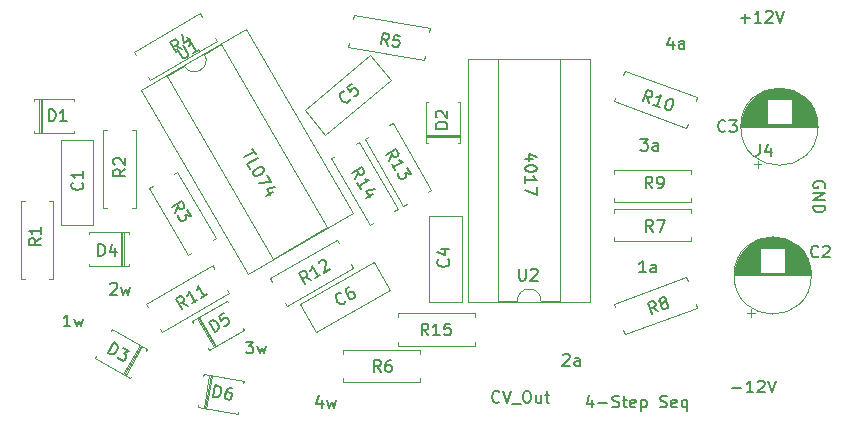
<source format=gbr>
G04 #@! TF.GenerationSoftware,KiCad,Pcbnew,(5.1.2-1)-1*
G04 #@! TF.CreationDate,2021-07-21T16:43:49-04:00*
G04 #@! TF.ProjectId,Four_Step_Sequencer,466f7572-5f53-4746-9570-5f5365717565,rev?*
G04 #@! TF.SameCoordinates,Original*
G04 #@! TF.FileFunction,Legend,Top*
G04 #@! TF.FilePolarity,Positive*
%FSLAX46Y46*%
G04 Gerber Fmt 4.6, Leading zero omitted, Abs format (unit mm)*
G04 Created by KiCad (PCBNEW (5.1.2-1)-1) date 2021-07-21 16:43:49*
%MOMM*%
%LPD*%
G04 APERTURE LIST*
%ADD10C,0.150000*%
%ADD11C,0.120000*%
G04 APERTURE END LIST*
D10*
X56703885Y-25685904D02*
X56037219Y-25685904D01*
X57084838Y-25447809D02*
X56370552Y-25209714D01*
X56370552Y-25828761D01*
X57037219Y-26400190D02*
X57037219Y-26495428D01*
X56989600Y-26590666D01*
X56941980Y-26638285D01*
X56846742Y-26685904D01*
X56656266Y-26733523D01*
X56418171Y-26733523D01*
X56227695Y-26685904D01*
X56132457Y-26638285D01*
X56084838Y-26590666D01*
X56037219Y-26495428D01*
X56037219Y-26400190D01*
X56084838Y-26304952D01*
X56132457Y-26257333D01*
X56227695Y-26209714D01*
X56418171Y-26162095D01*
X56656266Y-26162095D01*
X56846742Y-26209714D01*
X56941980Y-26257333D01*
X56989600Y-26304952D01*
X57037219Y-26400190D01*
X56037219Y-27685904D02*
X56037219Y-27114476D01*
X56037219Y-27400190D02*
X57037219Y-27400190D01*
X56894361Y-27304952D01*
X56799123Y-27209714D01*
X56751504Y-27114476D01*
X57037219Y-28019238D02*
X57037219Y-28685904D01*
X56037219Y-28257333D01*
X32942728Y-24764241D02*
X33228442Y-25259113D01*
X32219559Y-25511677D02*
X33085585Y-25011677D01*
X32767178Y-26460181D02*
X32529083Y-26047788D01*
X33395109Y-25547788D01*
X33895109Y-26413813D02*
X33942728Y-26496292D01*
X33949107Y-26602580D01*
X33931678Y-26667629D01*
X33873009Y-26756487D01*
X33731861Y-26892964D01*
X33525664Y-27012012D01*
X33336898Y-27066011D01*
X33230609Y-27072391D01*
X33165561Y-27054961D01*
X33076702Y-26996292D01*
X33029083Y-26913813D01*
X33022704Y-26807525D01*
X33040133Y-26742476D01*
X33098802Y-26653618D01*
X33239950Y-26517140D01*
X33446147Y-26398093D01*
X33634913Y-26344094D01*
X33741201Y-26337714D01*
X33806250Y-26355144D01*
X33895109Y-26413813D01*
X34228442Y-26991163D02*
X34561775Y-27568514D01*
X33481464Y-27697360D01*
X34677862Y-28436248D02*
X34100512Y-28769582D01*
X34888729Y-28039576D02*
X34151092Y-28190522D01*
X34460616Y-28726633D01*
X17541904Y-39822380D02*
X16970476Y-39822380D01*
X17256190Y-39822380D02*
X17256190Y-38822380D01*
X17160952Y-38965238D01*
X17065714Y-39060476D01*
X16970476Y-39108095D01*
X17875238Y-39155714D02*
X18065714Y-39822380D01*
X18256190Y-39346190D01*
X18446666Y-39822380D01*
X18637142Y-39155714D01*
X20932876Y-36225219D02*
X20980495Y-36177600D01*
X21075733Y-36129980D01*
X21313828Y-36129980D01*
X21409066Y-36177600D01*
X21456685Y-36225219D01*
X21504304Y-36320457D01*
X21504304Y-36415695D01*
X21456685Y-36558552D01*
X20885257Y-37129980D01*
X21504304Y-37129980D01*
X21837638Y-36463314D02*
X22028114Y-37129980D01*
X22218590Y-36653790D01*
X22409066Y-37129980D01*
X22599542Y-36463314D01*
X32416857Y-41108380D02*
X33035904Y-41108380D01*
X32702571Y-41489333D01*
X32845428Y-41489333D01*
X32940666Y-41536952D01*
X32988285Y-41584571D01*
X33035904Y-41679809D01*
X33035904Y-41917904D01*
X32988285Y-42013142D01*
X32940666Y-42060761D01*
X32845428Y-42108380D01*
X32559714Y-42108380D01*
X32464476Y-42060761D01*
X32416857Y-42013142D01*
X33369238Y-41441714D02*
X33559714Y-42108380D01*
X33750190Y-41632190D01*
X33940666Y-42108380D01*
X34131142Y-41441714D01*
X38858866Y-46039114D02*
X38858866Y-46705780D01*
X38620771Y-45658161D02*
X38382676Y-46372447D01*
X39001723Y-46372447D01*
X39287438Y-46039114D02*
X39477914Y-46705780D01*
X39668390Y-46229590D01*
X39858866Y-46705780D01*
X40049342Y-46039114D01*
X53864095Y-46178742D02*
X53816476Y-46226361D01*
X53673619Y-46273980D01*
X53578380Y-46273980D01*
X53435523Y-46226361D01*
X53340285Y-46131123D01*
X53292666Y-46035885D01*
X53245047Y-45845409D01*
X53245047Y-45702552D01*
X53292666Y-45512076D01*
X53340285Y-45416838D01*
X53435523Y-45321600D01*
X53578380Y-45273980D01*
X53673619Y-45273980D01*
X53816476Y-45321600D01*
X53864095Y-45369219D01*
X54149809Y-45273980D02*
X54483142Y-46273980D01*
X54816476Y-45273980D01*
X54911714Y-46369219D02*
X55673619Y-46369219D01*
X56102190Y-45273980D02*
X56292666Y-45273980D01*
X56387904Y-45321600D01*
X56483142Y-45416838D01*
X56530761Y-45607314D01*
X56530761Y-45940647D01*
X56483142Y-46131123D01*
X56387904Y-46226361D01*
X56292666Y-46273980D01*
X56102190Y-46273980D01*
X56006952Y-46226361D01*
X55911714Y-46131123D01*
X55864095Y-45940647D01*
X55864095Y-45607314D01*
X55911714Y-45416838D01*
X56006952Y-45321600D01*
X56102190Y-45273980D01*
X57387904Y-45607314D02*
X57387904Y-46273980D01*
X56959333Y-45607314D02*
X56959333Y-46131123D01*
X57006952Y-46226361D01*
X57102190Y-46273980D01*
X57245047Y-46273980D01*
X57340285Y-46226361D01*
X57387904Y-46178742D01*
X57721238Y-45607314D02*
X58102190Y-45607314D01*
X57864095Y-45273980D02*
X57864095Y-46131123D01*
X57911714Y-46226361D01*
X58006952Y-46273980D01*
X58102190Y-46273980D01*
X59256704Y-42245019D02*
X59304323Y-42197400D01*
X59399561Y-42149780D01*
X59637657Y-42149780D01*
X59732895Y-42197400D01*
X59780514Y-42245019D01*
X59828133Y-42340257D01*
X59828133Y-42435495D01*
X59780514Y-42578352D01*
X59209085Y-43149780D01*
X59828133Y-43149780D01*
X60685276Y-43149780D02*
X60685276Y-42625971D01*
X60637657Y-42530733D01*
X60542419Y-42483114D01*
X60351942Y-42483114D01*
X60256704Y-42530733D01*
X60685276Y-43102161D02*
X60590038Y-43149780D01*
X60351942Y-43149780D01*
X60256704Y-43102161D01*
X60209085Y-43006923D01*
X60209085Y-42911685D01*
X60256704Y-42816447D01*
X60351942Y-42768828D01*
X60590038Y-42768828D01*
X60685276Y-42721209D01*
X66279733Y-35250380D02*
X65708304Y-35250380D01*
X65994019Y-35250380D02*
X65994019Y-34250380D01*
X65898780Y-34393238D01*
X65803542Y-34488476D01*
X65708304Y-34536095D01*
X67136876Y-35250380D02*
X67136876Y-34726571D01*
X67089257Y-34631333D01*
X66994019Y-34583714D01*
X66803542Y-34583714D01*
X66708304Y-34631333D01*
X67136876Y-35202761D02*
X67041638Y-35250380D01*
X66803542Y-35250380D01*
X66708304Y-35202761D01*
X66660685Y-35107523D01*
X66660685Y-35012285D01*
X66708304Y-34917047D01*
X66803542Y-34869428D01*
X67041638Y-34869428D01*
X67136876Y-34821809D01*
X65813085Y-23937980D02*
X66432133Y-23937980D01*
X66098800Y-24318933D01*
X66241657Y-24318933D01*
X66336895Y-24366552D01*
X66384514Y-24414171D01*
X66432133Y-24509409D01*
X66432133Y-24747504D01*
X66384514Y-24842742D01*
X66336895Y-24890361D01*
X66241657Y-24937980D01*
X65955942Y-24937980D01*
X65860704Y-24890361D01*
X65813085Y-24842742D01*
X67289276Y-24937980D02*
X67289276Y-24414171D01*
X67241657Y-24318933D01*
X67146419Y-24271314D01*
X66955942Y-24271314D01*
X66860704Y-24318933D01*
X67289276Y-24890361D02*
X67194038Y-24937980D01*
X66955942Y-24937980D01*
X66860704Y-24890361D01*
X66813085Y-24795123D01*
X66813085Y-24699885D01*
X66860704Y-24604647D01*
X66955942Y-24557028D01*
X67194038Y-24557028D01*
X67289276Y-24509409D01*
X68572095Y-15660714D02*
X68572095Y-16327380D01*
X68334000Y-15279761D02*
X68095904Y-15994047D01*
X68714952Y-15994047D01*
X69524476Y-16327380D02*
X69524476Y-15803571D01*
X69476857Y-15708333D01*
X69381619Y-15660714D01*
X69191142Y-15660714D01*
X69095904Y-15708333D01*
X69524476Y-16279761D02*
X69429238Y-16327380D01*
X69191142Y-16327380D01*
X69095904Y-16279761D01*
X69048285Y-16184523D01*
X69048285Y-16089285D01*
X69095904Y-15994047D01*
X69191142Y-15946428D01*
X69429238Y-15946428D01*
X69524476Y-15898809D01*
X81399000Y-28067095D02*
X81446619Y-27971857D01*
X81446619Y-27829000D01*
X81399000Y-27686142D01*
X81303761Y-27590904D01*
X81208523Y-27543285D01*
X81018047Y-27495666D01*
X80875190Y-27495666D01*
X80684714Y-27543285D01*
X80589476Y-27590904D01*
X80494238Y-27686142D01*
X80446619Y-27829000D01*
X80446619Y-27924238D01*
X80494238Y-28067095D01*
X80541857Y-28114714D01*
X80875190Y-28114714D01*
X80875190Y-27924238D01*
X80446619Y-28543285D02*
X81446619Y-28543285D01*
X80446619Y-29114714D01*
X81446619Y-29114714D01*
X80446619Y-29590904D02*
X81446619Y-29590904D01*
X81446619Y-29829000D01*
X81399000Y-29971857D01*
X81303761Y-30067095D01*
X81208523Y-30114714D01*
X81018047Y-30162333D01*
X80875190Y-30162333D01*
X80684714Y-30114714D01*
X80589476Y-30067095D01*
X80494238Y-29971857D01*
X80446619Y-29829000D01*
X80446619Y-29590904D01*
X73599895Y-45029428D02*
X74361800Y-45029428D01*
X75361800Y-45410380D02*
X74790371Y-45410380D01*
X75076085Y-45410380D02*
X75076085Y-44410380D01*
X74980847Y-44553238D01*
X74885609Y-44648476D01*
X74790371Y-44696095D01*
X75742752Y-44505619D02*
X75790371Y-44458000D01*
X75885609Y-44410380D01*
X76123704Y-44410380D01*
X76218942Y-44458000D01*
X76266561Y-44505619D01*
X76314180Y-44600857D01*
X76314180Y-44696095D01*
X76266561Y-44838952D01*
X75695133Y-45410380D01*
X76314180Y-45410380D01*
X76599895Y-44410380D02*
X76933228Y-45410380D01*
X77266561Y-44410380D01*
X74285695Y-13711228D02*
X75047600Y-13711228D01*
X74666647Y-14092180D02*
X74666647Y-13330276D01*
X76047600Y-14092180D02*
X75476171Y-14092180D01*
X75761885Y-14092180D02*
X75761885Y-13092180D01*
X75666647Y-13235038D01*
X75571409Y-13330276D01*
X75476171Y-13377895D01*
X76428552Y-13187419D02*
X76476171Y-13139800D01*
X76571409Y-13092180D01*
X76809504Y-13092180D01*
X76904742Y-13139800D01*
X76952361Y-13187419D01*
X76999980Y-13282657D01*
X76999980Y-13377895D01*
X76952361Y-13520752D01*
X76380933Y-14092180D01*
X76999980Y-14092180D01*
X77285695Y-13092180D02*
X77619028Y-14092180D01*
X77952361Y-13092180D01*
X61722476Y-46013714D02*
X61722476Y-46680380D01*
X61484380Y-45632761D02*
X61246285Y-46347047D01*
X61865333Y-46347047D01*
X62246285Y-46299428D02*
X63008190Y-46299428D01*
X63436761Y-46632761D02*
X63579619Y-46680380D01*
X63817714Y-46680380D01*
X63912952Y-46632761D01*
X63960571Y-46585142D01*
X64008190Y-46489904D01*
X64008190Y-46394666D01*
X63960571Y-46299428D01*
X63912952Y-46251809D01*
X63817714Y-46204190D01*
X63627238Y-46156571D01*
X63532000Y-46108952D01*
X63484380Y-46061333D01*
X63436761Y-45966095D01*
X63436761Y-45870857D01*
X63484380Y-45775619D01*
X63532000Y-45728000D01*
X63627238Y-45680380D01*
X63865333Y-45680380D01*
X64008190Y-45728000D01*
X64293904Y-46013714D02*
X64674857Y-46013714D01*
X64436761Y-45680380D02*
X64436761Y-46537523D01*
X64484380Y-46632761D01*
X64579619Y-46680380D01*
X64674857Y-46680380D01*
X65389142Y-46632761D02*
X65293904Y-46680380D01*
X65103428Y-46680380D01*
X65008190Y-46632761D01*
X64960571Y-46537523D01*
X64960571Y-46156571D01*
X65008190Y-46061333D01*
X65103428Y-46013714D01*
X65293904Y-46013714D01*
X65389142Y-46061333D01*
X65436761Y-46156571D01*
X65436761Y-46251809D01*
X64960571Y-46347047D01*
X65865333Y-46013714D02*
X65865333Y-47013714D01*
X65865333Y-46061333D02*
X65960571Y-46013714D01*
X66151047Y-46013714D01*
X66246285Y-46061333D01*
X66293904Y-46108952D01*
X66341523Y-46204190D01*
X66341523Y-46489904D01*
X66293904Y-46585142D01*
X66246285Y-46632761D01*
X66151047Y-46680380D01*
X65960571Y-46680380D01*
X65865333Y-46632761D01*
X67484380Y-46632761D02*
X67627238Y-46680380D01*
X67865333Y-46680380D01*
X67960571Y-46632761D01*
X68008190Y-46585142D01*
X68055809Y-46489904D01*
X68055809Y-46394666D01*
X68008190Y-46299428D01*
X67960571Y-46251809D01*
X67865333Y-46204190D01*
X67674857Y-46156571D01*
X67579619Y-46108952D01*
X67532000Y-46061333D01*
X67484380Y-45966095D01*
X67484380Y-45870857D01*
X67532000Y-45775619D01*
X67579619Y-45728000D01*
X67674857Y-45680380D01*
X67912952Y-45680380D01*
X68055809Y-45728000D01*
X68865333Y-46632761D02*
X68770095Y-46680380D01*
X68579619Y-46680380D01*
X68484380Y-46632761D01*
X68436761Y-46537523D01*
X68436761Y-46156571D01*
X68484380Y-46061333D01*
X68579619Y-46013714D01*
X68770095Y-46013714D01*
X68865333Y-46061333D01*
X68912952Y-46156571D01*
X68912952Y-46251809D01*
X68436761Y-46347047D01*
X69770095Y-46013714D02*
X69770095Y-47013714D01*
X69770095Y-46632761D02*
X69674857Y-46680380D01*
X69484380Y-46680380D01*
X69389142Y-46632761D01*
X69341523Y-46585142D01*
X69293904Y-46489904D01*
X69293904Y-46204190D01*
X69341523Y-46108952D01*
X69389142Y-46061333D01*
X69484380Y-46013714D01*
X69674857Y-46013714D01*
X69770095Y-46061333D01*
D11*
X32455927Y-14641225D02*
X23553186Y-19781225D01*
X41465927Y-30247002D02*
X32455927Y-14641225D01*
X32563186Y-35387002D02*
X41465927Y-30247002D01*
X23553186Y-19781225D02*
X32563186Y-35387002D01*
X30329524Y-15938186D02*
X28900582Y-16763186D01*
X39279524Y-31440041D02*
X30329524Y-15938186D01*
X34689589Y-34090041D02*
X39279524Y-31440041D01*
X25739589Y-18588186D02*
X34689589Y-34090041D01*
X27168531Y-17763186D02*
X25739589Y-18588186D01*
X28900583Y-16763186D02*
G75*
G02X27168531Y-17763186I-866026J-500000D01*
G01*
X30786346Y-36730666D02*
X30951346Y-37016455D01*
X30951346Y-37016455D02*
X25287540Y-40286455D01*
X25287540Y-40286455D02*
X25122540Y-40000666D01*
X29746346Y-34929334D02*
X29581346Y-34643545D01*
X29581346Y-34643545D02*
X23917540Y-37913545D01*
X23917540Y-37913545D02*
X24082540Y-38199334D01*
X55388000Y-37652000D02*
G75*
G02X57388000Y-37652000I1000000J0D01*
G01*
X57388000Y-37652000D02*
X59038000Y-37652000D01*
X59038000Y-37652000D02*
X59038000Y-17212000D01*
X59038000Y-17212000D02*
X53738000Y-17212000D01*
X53738000Y-17212000D02*
X53738000Y-37652000D01*
X53738000Y-37652000D02*
X55388000Y-37652000D01*
X61528000Y-37712000D02*
X61528000Y-17152000D01*
X61528000Y-17152000D02*
X51248000Y-17152000D01*
X51248000Y-17152000D02*
X51248000Y-37712000D01*
X51248000Y-37712000D02*
X61528000Y-37712000D01*
X19454800Y-24026000D02*
X19454800Y-31266000D01*
X16714800Y-24026000D02*
X16714800Y-31266000D01*
X19454800Y-24026000D02*
X16714800Y-24026000D01*
X19454800Y-31266000D02*
X16714800Y-31266000D01*
X80282800Y-35503800D02*
G75*
G03X80282800Y-35503800I-3270000J0D01*
G01*
X73782800Y-35503800D02*
X80242800Y-35503800D01*
X73782800Y-35463800D02*
X80242800Y-35463800D01*
X73782800Y-35423800D02*
X80242800Y-35423800D01*
X73784800Y-35383800D02*
X80240800Y-35383800D01*
X73785800Y-35343800D02*
X80239800Y-35343800D01*
X73788800Y-35303800D02*
X80236800Y-35303800D01*
X73790800Y-35263800D02*
X75972800Y-35263800D01*
X78052800Y-35263800D02*
X80234800Y-35263800D01*
X73794800Y-35223800D02*
X75972800Y-35223800D01*
X78052800Y-35223800D02*
X80230800Y-35223800D01*
X73797800Y-35183800D02*
X75972800Y-35183800D01*
X78052800Y-35183800D02*
X80227800Y-35183800D01*
X73801800Y-35143800D02*
X75972800Y-35143800D01*
X78052800Y-35143800D02*
X80223800Y-35143800D01*
X73806800Y-35103800D02*
X75972800Y-35103800D01*
X78052800Y-35103800D02*
X80218800Y-35103800D01*
X73811800Y-35063800D02*
X75972800Y-35063800D01*
X78052800Y-35063800D02*
X80213800Y-35063800D01*
X73817800Y-35023800D02*
X75972800Y-35023800D01*
X78052800Y-35023800D02*
X80207800Y-35023800D01*
X73823800Y-34983800D02*
X75972800Y-34983800D01*
X78052800Y-34983800D02*
X80201800Y-34983800D01*
X73830800Y-34943800D02*
X75972800Y-34943800D01*
X78052800Y-34943800D02*
X80194800Y-34943800D01*
X73837800Y-34903800D02*
X75972800Y-34903800D01*
X78052800Y-34903800D02*
X80187800Y-34903800D01*
X73845800Y-34863800D02*
X75972800Y-34863800D01*
X78052800Y-34863800D02*
X80179800Y-34863800D01*
X73853800Y-34823800D02*
X75972800Y-34823800D01*
X78052800Y-34823800D02*
X80171800Y-34823800D01*
X73862800Y-34782800D02*
X75972800Y-34782800D01*
X78052800Y-34782800D02*
X80162800Y-34782800D01*
X73871800Y-34742800D02*
X75972800Y-34742800D01*
X78052800Y-34742800D02*
X80153800Y-34742800D01*
X73881800Y-34702800D02*
X75972800Y-34702800D01*
X78052800Y-34702800D02*
X80143800Y-34702800D01*
X73891800Y-34662800D02*
X75972800Y-34662800D01*
X78052800Y-34662800D02*
X80133800Y-34662800D01*
X73902800Y-34622800D02*
X75972800Y-34622800D01*
X78052800Y-34622800D02*
X80122800Y-34622800D01*
X73914800Y-34582800D02*
X75972800Y-34582800D01*
X78052800Y-34582800D02*
X80110800Y-34582800D01*
X73926800Y-34542800D02*
X75972800Y-34542800D01*
X78052800Y-34542800D02*
X80098800Y-34542800D01*
X73938800Y-34502800D02*
X75972800Y-34502800D01*
X78052800Y-34502800D02*
X80086800Y-34502800D01*
X73951800Y-34462800D02*
X75972800Y-34462800D01*
X78052800Y-34462800D02*
X80073800Y-34462800D01*
X73965800Y-34422800D02*
X75972800Y-34422800D01*
X78052800Y-34422800D02*
X80059800Y-34422800D01*
X73979800Y-34382800D02*
X75972800Y-34382800D01*
X78052800Y-34382800D02*
X80045800Y-34382800D01*
X73994800Y-34342800D02*
X75972800Y-34342800D01*
X78052800Y-34342800D02*
X80030800Y-34342800D01*
X74010800Y-34302800D02*
X75972800Y-34302800D01*
X78052800Y-34302800D02*
X80014800Y-34302800D01*
X74026800Y-34262800D02*
X75972800Y-34262800D01*
X78052800Y-34262800D02*
X79998800Y-34262800D01*
X74042800Y-34222800D02*
X75972800Y-34222800D01*
X78052800Y-34222800D02*
X79982800Y-34222800D01*
X74060800Y-34182800D02*
X75972800Y-34182800D01*
X78052800Y-34182800D02*
X79964800Y-34182800D01*
X74078800Y-34142800D02*
X75972800Y-34142800D01*
X78052800Y-34142800D02*
X79946800Y-34142800D01*
X74096800Y-34102800D02*
X75972800Y-34102800D01*
X78052800Y-34102800D02*
X79928800Y-34102800D01*
X74116800Y-34062800D02*
X75972800Y-34062800D01*
X78052800Y-34062800D02*
X79908800Y-34062800D01*
X74136800Y-34022800D02*
X75972800Y-34022800D01*
X78052800Y-34022800D02*
X79888800Y-34022800D01*
X74156800Y-33982800D02*
X75972800Y-33982800D01*
X78052800Y-33982800D02*
X79868800Y-33982800D01*
X74178800Y-33942800D02*
X75972800Y-33942800D01*
X78052800Y-33942800D02*
X79846800Y-33942800D01*
X74200800Y-33902800D02*
X75972800Y-33902800D01*
X78052800Y-33902800D02*
X79824800Y-33902800D01*
X74222800Y-33862800D02*
X75972800Y-33862800D01*
X78052800Y-33862800D02*
X79802800Y-33862800D01*
X74246800Y-33822800D02*
X75972800Y-33822800D01*
X78052800Y-33822800D02*
X79778800Y-33822800D01*
X74270800Y-33782800D02*
X75972800Y-33782800D01*
X78052800Y-33782800D02*
X79754800Y-33782800D01*
X74296800Y-33742800D02*
X75972800Y-33742800D01*
X78052800Y-33742800D02*
X79728800Y-33742800D01*
X74322800Y-33702800D02*
X75972800Y-33702800D01*
X78052800Y-33702800D02*
X79702800Y-33702800D01*
X74348800Y-33662800D02*
X75972800Y-33662800D01*
X78052800Y-33662800D02*
X79676800Y-33662800D01*
X74376800Y-33622800D02*
X75972800Y-33622800D01*
X78052800Y-33622800D02*
X79648800Y-33622800D01*
X74405800Y-33582800D02*
X75972800Y-33582800D01*
X78052800Y-33582800D02*
X79619800Y-33582800D01*
X74434800Y-33542800D02*
X75972800Y-33542800D01*
X78052800Y-33542800D02*
X79590800Y-33542800D01*
X74464800Y-33502800D02*
X75972800Y-33502800D01*
X78052800Y-33502800D02*
X79560800Y-33502800D01*
X74496800Y-33462800D02*
X75972800Y-33462800D01*
X78052800Y-33462800D02*
X79528800Y-33462800D01*
X74528800Y-33422800D02*
X75972800Y-33422800D01*
X78052800Y-33422800D02*
X79496800Y-33422800D01*
X74562800Y-33382800D02*
X75972800Y-33382800D01*
X78052800Y-33382800D02*
X79462800Y-33382800D01*
X74596800Y-33342800D02*
X75972800Y-33342800D01*
X78052800Y-33342800D02*
X79428800Y-33342800D01*
X74632800Y-33302800D02*
X75972800Y-33302800D01*
X78052800Y-33302800D02*
X79392800Y-33302800D01*
X74669800Y-33262800D02*
X75972800Y-33262800D01*
X78052800Y-33262800D02*
X79355800Y-33262800D01*
X74707800Y-33222800D02*
X75972800Y-33222800D01*
X78052800Y-33222800D02*
X79317800Y-33222800D01*
X74747800Y-33182800D02*
X79277800Y-33182800D01*
X74788800Y-33142800D02*
X79236800Y-33142800D01*
X74830800Y-33102800D02*
X79194800Y-33102800D01*
X74875800Y-33062800D02*
X79149800Y-33062800D01*
X74920800Y-33022800D02*
X79104800Y-33022800D01*
X74968800Y-32982800D02*
X79056800Y-32982800D01*
X75017800Y-32942800D02*
X79007800Y-32942800D01*
X75068800Y-32902800D02*
X78956800Y-32902800D01*
X75122800Y-32862800D02*
X78902800Y-32862800D01*
X75178800Y-32822800D02*
X78846800Y-32822800D01*
X75236800Y-32782800D02*
X78788800Y-32782800D01*
X75298800Y-32742800D02*
X78726800Y-32742800D01*
X75362800Y-32702800D02*
X78662800Y-32702800D01*
X75431800Y-32662800D02*
X78593800Y-32662800D01*
X75503800Y-32622800D02*
X78521800Y-32622800D01*
X75580800Y-32582800D02*
X78444800Y-32582800D01*
X75662800Y-32542800D02*
X78362800Y-32542800D01*
X75750800Y-32502800D02*
X78274800Y-32502800D01*
X75847800Y-32462800D02*
X78177800Y-32462800D01*
X75953800Y-32422800D02*
X78071800Y-32422800D01*
X76072800Y-32382800D02*
X77952800Y-32382800D01*
X76210800Y-32342800D02*
X77814800Y-32342800D01*
X76379800Y-32302800D02*
X77645800Y-32302800D01*
X76610800Y-32262800D02*
X77414800Y-32262800D01*
X75173800Y-39004041D02*
X75173800Y-38374041D01*
X74858800Y-38689041D02*
X75488800Y-38689041D01*
X75417600Y-26090641D02*
X76047600Y-26090641D01*
X75732600Y-26405641D02*
X75732600Y-25775641D01*
X77169600Y-19664400D02*
X77973600Y-19664400D01*
X76938600Y-19704400D02*
X78204600Y-19704400D01*
X76769600Y-19744400D02*
X78373600Y-19744400D01*
X76631600Y-19784400D02*
X78511600Y-19784400D01*
X76512600Y-19824400D02*
X78630600Y-19824400D01*
X76406600Y-19864400D02*
X78736600Y-19864400D01*
X76309600Y-19904400D02*
X78833600Y-19904400D01*
X76221600Y-19944400D02*
X78921600Y-19944400D01*
X76139600Y-19984400D02*
X79003600Y-19984400D01*
X76062600Y-20024400D02*
X79080600Y-20024400D01*
X75990600Y-20064400D02*
X79152600Y-20064400D01*
X75921600Y-20104400D02*
X79221600Y-20104400D01*
X75857600Y-20144400D02*
X79285600Y-20144400D01*
X75795600Y-20184400D02*
X79347600Y-20184400D01*
X75737600Y-20224400D02*
X79405600Y-20224400D01*
X75681600Y-20264400D02*
X79461600Y-20264400D01*
X75627600Y-20304400D02*
X79515600Y-20304400D01*
X75576600Y-20344400D02*
X79566600Y-20344400D01*
X75527600Y-20384400D02*
X79615600Y-20384400D01*
X75479600Y-20424400D02*
X79663600Y-20424400D01*
X75434600Y-20464400D02*
X79708600Y-20464400D01*
X75389600Y-20504400D02*
X79753600Y-20504400D01*
X75347600Y-20544400D02*
X79795600Y-20544400D01*
X75306600Y-20584400D02*
X79836600Y-20584400D01*
X78611600Y-20624400D02*
X79876600Y-20624400D01*
X75266600Y-20624400D02*
X76531600Y-20624400D01*
X78611600Y-20664400D02*
X79914600Y-20664400D01*
X75228600Y-20664400D02*
X76531600Y-20664400D01*
X78611600Y-20704400D02*
X79951600Y-20704400D01*
X75191600Y-20704400D02*
X76531600Y-20704400D01*
X78611600Y-20744400D02*
X79987600Y-20744400D01*
X75155600Y-20744400D02*
X76531600Y-20744400D01*
X78611600Y-20784400D02*
X80021600Y-20784400D01*
X75121600Y-20784400D02*
X76531600Y-20784400D01*
X78611600Y-20824400D02*
X80055600Y-20824400D01*
X75087600Y-20824400D02*
X76531600Y-20824400D01*
X78611600Y-20864400D02*
X80087600Y-20864400D01*
X75055600Y-20864400D02*
X76531600Y-20864400D01*
X78611600Y-20904400D02*
X80119600Y-20904400D01*
X75023600Y-20904400D02*
X76531600Y-20904400D01*
X78611600Y-20944400D02*
X80149600Y-20944400D01*
X74993600Y-20944400D02*
X76531600Y-20944400D01*
X78611600Y-20984400D02*
X80178600Y-20984400D01*
X74964600Y-20984400D02*
X76531600Y-20984400D01*
X78611600Y-21024400D02*
X80207600Y-21024400D01*
X74935600Y-21024400D02*
X76531600Y-21024400D01*
X78611600Y-21064400D02*
X80235600Y-21064400D01*
X74907600Y-21064400D02*
X76531600Y-21064400D01*
X78611600Y-21104400D02*
X80261600Y-21104400D01*
X74881600Y-21104400D02*
X76531600Y-21104400D01*
X78611600Y-21144400D02*
X80287600Y-21144400D01*
X74855600Y-21144400D02*
X76531600Y-21144400D01*
X78611600Y-21184400D02*
X80313600Y-21184400D01*
X74829600Y-21184400D02*
X76531600Y-21184400D01*
X78611600Y-21224400D02*
X80337600Y-21224400D01*
X74805600Y-21224400D02*
X76531600Y-21224400D01*
X78611600Y-21264400D02*
X80361600Y-21264400D01*
X74781600Y-21264400D02*
X76531600Y-21264400D01*
X78611600Y-21304400D02*
X80383600Y-21304400D01*
X74759600Y-21304400D02*
X76531600Y-21304400D01*
X78611600Y-21344400D02*
X80405600Y-21344400D01*
X74737600Y-21344400D02*
X76531600Y-21344400D01*
X78611600Y-21384400D02*
X80427600Y-21384400D01*
X74715600Y-21384400D02*
X76531600Y-21384400D01*
X78611600Y-21424400D02*
X80447600Y-21424400D01*
X74695600Y-21424400D02*
X76531600Y-21424400D01*
X78611600Y-21464400D02*
X80467600Y-21464400D01*
X74675600Y-21464400D02*
X76531600Y-21464400D01*
X78611600Y-21504400D02*
X80487600Y-21504400D01*
X74655600Y-21504400D02*
X76531600Y-21504400D01*
X78611600Y-21544400D02*
X80505600Y-21544400D01*
X74637600Y-21544400D02*
X76531600Y-21544400D01*
X78611600Y-21584400D02*
X80523600Y-21584400D01*
X74619600Y-21584400D02*
X76531600Y-21584400D01*
X78611600Y-21624400D02*
X80541600Y-21624400D01*
X74601600Y-21624400D02*
X76531600Y-21624400D01*
X78611600Y-21664400D02*
X80557600Y-21664400D01*
X74585600Y-21664400D02*
X76531600Y-21664400D01*
X78611600Y-21704400D02*
X80573600Y-21704400D01*
X74569600Y-21704400D02*
X76531600Y-21704400D01*
X78611600Y-21744400D02*
X80589600Y-21744400D01*
X74553600Y-21744400D02*
X76531600Y-21744400D01*
X78611600Y-21784400D02*
X80604600Y-21784400D01*
X74538600Y-21784400D02*
X76531600Y-21784400D01*
X78611600Y-21824400D02*
X80618600Y-21824400D01*
X74524600Y-21824400D02*
X76531600Y-21824400D01*
X78611600Y-21864400D02*
X80632600Y-21864400D01*
X74510600Y-21864400D02*
X76531600Y-21864400D01*
X78611600Y-21904400D02*
X80645600Y-21904400D01*
X74497600Y-21904400D02*
X76531600Y-21904400D01*
X78611600Y-21944400D02*
X80657600Y-21944400D01*
X74485600Y-21944400D02*
X76531600Y-21944400D01*
X78611600Y-21984400D02*
X80669600Y-21984400D01*
X74473600Y-21984400D02*
X76531600Y-21984400D01*
X78611600Y-22024400D02*
X80681600Y-22024400D01*
X74461600Y-22024400D02*
X76531600Y-22024400D01*
X78611600Y-22064400D02*
X80692600Y-22064400D01*
X74450600Y-22064400D02*
X76531600Y-22064400D01*
X78611600Y-22104400D02*
X80702600Y-22104400D01*
X74440600Y-22104400D02*
X76531600Y-22104400D01*
X78611600Y-22144400D02*
X80712600Y-22144400D01*
X74430600Y-22144400D02*
X76531600Y-22144400D01*
X78611600Y-22184400D02*
X80721600Y-22184400D01*
X74421600Y-22184400D02*
X76531600Y-22184400D01*
X78611600Y-22225400D02*
X80730600Y-22225400D01*
X74412600Y-22225400D02*
X76531600Y-22225400D01*
X78611600Y-22265400D02*
X80738600Y-22265400D01*
X74404600Y-22265400D02*
X76531600Y-22265400D01*
X78611600Y-22305400D02*
X80746600Y-22305400D01*
X74396600Y-22305400D02*
X76531600Y-22305400D01*
X78611600Y-22345400D02*
X80753600Y-22345400D01*
X74389600Y-22345400D02*
X76531600Y-22345400D01*
X78611600Y-22385400D02*
X80760600Y-22385400D01*
X74382600Y-22385400D02*
X76531600Y-22385400D01*
X78611600Y-22425400D02*
X80766600Y-22425400D01*
X74376600Y-22425400D02*
X76531600Y-22425400D01*
X78611600Y-22465400D02*
X80772600Y-22465400D01*
X74370600Y-22465400D02*
X76531600Y-22465400D01*
X78611600Y-22505400D02*
X80777600Y-22505400D01*
X74365600Y-22505400D02*
X76531600Y-22505400D01*
X78611600Y-22545400D02*
X80782600Y-22545400D01*
X74360600Y-22545400D02*
X76531600Y-22545400D01*
X78611600Y-22585400D02*
X80786600Y-22585400D01*
X74356600Y-22585400D02*
X76531600Y-22585400D01*
X78611600Y-22625400D02*
X80789600Y-22625400D01*
X74353600Y-22625400D02*
X76531600Y-22625400D01*
X78611600Y-22665400D02*
X80793600Y-22665400D01*
X74349600Y-22665400D02*
X76531600Y-22665400D01*
X74347600Y-22705400D02*
X80795600Y-22705400D01*
X74344600Y-22745400D02*
X80798600Y-22745400D01*
X74343600Y-22785400D02*
X80799600Y-22785400D01*
X74341600Y-22825400D02*
X80801600Y-22825400D01*
X74341600Y-22865400D02*
X80801600Y-22865400D01*
X74341600Y-22905400D02*
X80801600Y-22905400D01*
X80841600Y-22905400D02*
G75*
G03X80841600Y-22905400I-3270000J0D01*
G01*
X47931400Y-30506800D02*
X50671400Y-30506800D01*
X47931400Y-37746800D02*
X50671400Y-37746800D01*
X50671400Y-37746800D02*
X50671400Y-30506800D01*
X47931400Y-37746800D02*
X47931400Y-30506800D01*
X37377411Y-21514441D02*
X42923573Y-16860659D01*
X39138649Y-23613403D02*
X44684811Y-18959621D01*
X37377411Y-21514441D02*
X39138649Y-23613403D01*
X42923573Y-16860659D02*
X44684811Y-18959621D01*
X37003852Y-37956145D02*
X43273875Y-34336145D01*
X38373852Y-40329055D02*
X44643875Y-36709055D01*
X37003852Y-37956145D02*
X38373852Y-40329055D01*
X43273875Y-34336145D02*
X44643875Y-36709055D01*
X14434400Y-20756400D02*
X14434400Y-20576400D01*
X14434400Y-20576400D02*
X17874400Y-20576400D01*
X17874400Y-20576400D02*
X17874400Y-20756400D01*
X14434400Y-23236400D02*
X14434400Y-23416400D01*
X14434400Y-23416400D02*
X17874400Y-23416400D01*
X17874400Y-23416400D02*
X17874400Y-23236400D01*
X15034400Y-20576400D02*
X15034400Y-23416400D01*
X15154400Y-20576400D02*
X15154400Y-23416400D01*
X14914400Y-20576400D02*
X14914400Y-23416400D01*
X47678200Y-23820600D02*
X50518200Y-23820600D01*
X47678200Y-23580600D02*
X50518200Y-23580600D01*
X47678200Y-23700600D02*
X50518200Y-23700600D01*
X50518200Y-20860600D02*
X50338200Y-20860600D01*
X50518200Y-24300600D02*
X50518200Y-20860600D01*
X50338200Y-24300600D02*
X50518200Y-24300600D01*
X47678200Y-20860600D02*
X47858200Y-20860600D01*
X47678200Y-24300600D02*
X47678200Y-20860600D01*
X47858200Y-24300600D02*
X47678200Y-24300600D01*
X22723659Y-44047072D02*
X22633659Y-44202956D01*
X22633659Y-44202956D02*
X19654532Y-42482956D01*
X19654532Y-42482956D02*
X19744532Y-42327072D01*
X23963659Y-41899328D02*
X24053659Y-41743444D01*
X24053659Y-41743444D02*
X21074532Y-40023444D01*
X21074532Y-40023444D02*
X20984532Y-40179328D01*
X22114044Y-43902956D02*
X23534044Y-41443444D01*
X22010121Y-43842956D02*
X23430121Y-41383444D01*
X22217967Y-43962956D02*
X23637967Y-41503444D01*
X22068000Y-34694000D02*
X22068000Y-31854000D01*
X21828000Y-34694000D02*
X21828000Y-31854000D01*
X21948000Y-34694000D02*
X21948000Y-31854000D01*
X19108000Y-31854000D02*
X19108000Y-32034000D01*
X22548000Y-31854000D02*
X19108000Y-31854000D01*
X22548000Y-32034000D02*
X22548000Y-31854000D01*
X19108000Y-34694000D02*
X19108000Y-34514000D01*
X22548000Y-34694000D02*
X19108000Y-34694000D01*
X22548000Y-34514000D02*
X22548000Y-34694000D01*
X27928541Y-39511728D02*
X27838541Y-39355844D01*
X27838541Y-39355844D02*
X30817668Y-37635844D01*
X30817668Y-37635844D02*
X30907668Y-37791728D01*
X29168541Y-41659472D02*
X29258541Y-41815356D01*
X29258541Y-41815356D02*
X32237668Y-40095356D01*
X32237668Y-40095356D02*
X32147668Y-39939472D01*
X28358156Y-39055844D02*
X29778156Y-41515356D01*
X28462079Y-38995844D02*
X29882079Y-41455356D01*
X28254233Y-39115844D02*
X29674233Y-41575356D01*
X29314430Y-43937716D02*
X28821270Y-46734570D01*
X29550784Y-43979391D02*
X29057624Y-46776245D01*
X29432607Y-43958553D02*
X28939447Y-46755407D01*
X31736301Y-47248568D02*
X31767557Y-47071303D01*
X28348562Y-46651219D02*
X31736301Y-47248568D01*
X28379819Y-46473953D02*
X28348562Y-46651219D01*
X32229461Y-44451714D02*
X32198205Y-44628980D01*
X28841723Y-43854364D02*
X32229461Y-44451714D01*
X28810466Y-44031630D02*
X28841723Y-43854364D01*
X13692000Y-35782000D02*
X13362000Y-35782000D01*
X13362000Y-35782000D02*
X13362000Y-29242000D01*
X13362000Y-29242000D02*
X13692000Y-29242000D01*
X15772000Y-35782000D02*
X16102000Y-35782000D01*
X16102000Y-35782000D02*
X16102000Y-29242000D01*
X16102000Y-29242000D02*
X15772000Y-29242000D01*
X20347000Y-29762200D02*
X20677000Y-29762200D01*
X20347000Y-23222200D02*
X20347000Y-29762200D01*
X20677000Y-23222200D02*
X20347000Y-23222200D01*
X23087000Y-29762200D02*
X22757000Y-29762200D01*
X23087000Y-23222200D02*
X23087000Y-29762200D01*
X22757000Y-23222200D02*
X23087000Y-23222200D01*
X27785334Y-33580346D02*
X27499545Y-33745346D01*
X27499545Y-33745346D02*
X24229545Y-28081540D01*
X24229545Y-28081540D02*
X24515334Y-27916540D01*
X29586666Y-32540346D02*
X29872455Y-32375346D01*
X29872455Y-32375346D02*
X26602455Y-26711540D01*
X26602455Y-26711540D02*
X26316666Y-26876540D01*
X29930460Y-15680455D02*
X29765460Y-15394666D01*
X24266654Y-18950455D02*
X29930460Y-15680455D01*
X24101654Y-18664666D02*
X24266654Y-18950455D01*
X28560460Y-13307545D02*
X28725460Y-13593334D01*
X22896654Y-16577545D02*
X28560460Y-13307545D01*
X23061654Y-16863334D02*
X22896654Y-16577545D01*
X41504790Y-13776170D02*
X41562094Y-13451183D01*
X41562094Y-13451183D02*
X48002737Y-14586842D01*
X48002737Y-14586842D02*
X47945433Y-14911829D01*
X41143602Y-15824570D02*
X41086298Y-16149557D01*
X41086298Y-16149557D02*
X47526941Y-17285216D01*
X47526941Y-17285216D02*
X47584245Y-16960229D01*
X40595800Y-42140000D02*
X40595800Y-41810000D01*
X40595800Y-41810000D02*
X47135800Y-41810000D01*
X47135800Y-41810000D02*
X47135800Y-42140000D01*
X40595800Y-44220000D02*
X40595800Y-44550000D01*
X40595800Y-44550000D02*
X47135800Y-44550000D01*
X47135800Y-44550000D02*
X47135800Y-44220000D01*
X70072000Y-32612000D02*
X70072000Y-32282000D01*
X63532000Y-32612000D02*
X70072000Y-32612000D01*
X63532000Y-32282000D02*
X63532000Y-32612000D01*
X70072000Y-29872000D02*
X70072000Y-30202000D01*
X63532000Y-29872000D02*
X70072000Y-29872000D01*
X63532000Y-30202000D02*
X63532000Y-29872000D01*
X63651733Y-38208029D02*
X63538866Y-37897930D01*
X63538866Y-37897930D02*
X69684456Y-35661118D01*
X69684456Y-35661118D02*
X69797323Y-35971217D01*
X64363135Y-40162589D02*
X64476002Y-40472688D01*
X64476002Y-40472688D02*
X70621591Y-38235876D01*
X70621591Y-38235876D02*
X70508725Y-37925778D01*
X63532000Y-26900000D02*
X63532000Y-26570000D01*
X63532000Y-26570000D02*
X70072000Y-26570000D01*
X70072000Y-26570000D02*
X70072000Y-26900000D01*
X63532000Y-28980000D02*
X63532000Y-29310000D01*
X63532000Y-29310000D02*
X70072000Y-29310000D01*
X70072000Y-29310000D02*
X70072000Y-28980000D01*
X69684456Y-23012882D02*
X69797323Y-22702783D01*
X63538866Y-20776070D02*
X69684456Y-23012882D01*
X63651733Y-20465971D02*
X63538866Y-20776070D01*
X70621591Y-20438124D02*
X70508725Y-20748222D01*
X64476002Y-18201312D02*
X70621591Y-20438124D01*
X64363135Y-18511411D02*
X64476002Y-18201312D01*
X34476122Y-35745427D02*
X34641122Y-36031216D01*
X40139928Y-32475427D02*
X34476122Y-35745427D01*
X40304928Y-32761216D02*
X40139928Y-32475427D01*
X35846122Y-38118337D02*
X35681122Y-37832548D01*
X41509928Y-34848337D02*
X35846122Y-38118337D01*
X41344928Y-34562548D02*
X41509928Y-34848337D01*
X45741299Y-29613287D02*
X46027088Y-29448287D01*
X42471299Y-23949481D02*
X45741299Y-29613287D01*
X42757088Y-23784481D02*
X42471299Y-23949481D01*
X48114209Y-28243287D02*
X47828420Y-28408287D01*
X44844209Y-22579481D02*
X48114209Y-28243287D01*
X44558420Y-22744481D02*
X44844209Y-22579481D01*
X43167473Y-31099286D02*
X42881684Y-31264286D01*
X42881684Y-31264286D02*
X39611684Y-25600480D01*
X39611684Y-25600480D02*
X39897473Y-25435480D01*
X44968805Y-30059286D02*
X45254594Y-29894286D01*
X45254594Y-29894286D02*
X41984594Y-24230480D01*
X41984594Y-24230480D02*
X41698805Y-24395480D01*
X45244000Y-38711200D02*
X45244000Y-39041200D01*
X51784000Y-38711200D02*
X45244000Y-38711200D01*
X51784000Y-39041200D02*
X51784000Y-38711200D01*
X45244000Y-41451200D02*
X45244000Y-41121200D01*
X51784000Y-41451200D02*
X45244000Y-41451200D01*
X51784000Y-41121200D02*
X51784000Y-41451200D01*
D10*
X26600918Y-16303861D02*
X27005680Y-17004929D01*
X27094538Y-17063598D01*
X27159587Y-17081028D01*
X27265875Y-17074648D01*
X27430833Y-16979410D01*
X27489502Y-16890552D01*
X27506931Y-16825503D01*
X27500552Y-16719215D01*
X27095790Y-16018147D01*
X28461815Y-16384172D02*
X27966944Y-16669886D01*
X28214379Y-16527029D02*
X27714379Y-15661004D01*
X27703329Y-15832341D01*
X27668470Y-15962438D01*
X27609801Y-16051297D01*
X27482459Y-38051201D02*
X26955689Y-37805475D01*
X26987588Y-38336916D02*
X26487588Y-37470890D01*
X26817502Y-37280414D01*
X26923790Y-37274034D01*
X26988839Y-37291464D01*
X27077697Y-37350133D01*
X27149126Y-37473851D01*
X27155506Y-37580139D01*
X27138076Y-37645188D01*
X27079407Y-37734047D01*
X26749492Y-37924523D01*
X28307245Y-37575011D02*
X27812374Y-37860725D01*
X28059810Y-37717868D02*
X27559810Y-36851843D01*
X27548760Y-37023180D01*
X27513900Y-37153277D01*
X27455231Y-37242136D01*
X29132032Y-37098821D02*
X28637160Y-37384535D01*
X28884596Y-37241678D02*
X28384596Y-36375652D01*
X28373546Y-36546989D01*
X28338686Y-36677087D01*
X28280017Y-36765945D01*
X55524495Y-34936180D02*
X55524495Y-35745704D01*
X55572114Y-35840942D01*
X55619733Y-35888561D01*
X55714971Y-35936180D01*
X55905447Y-35936180D01*
X56000685Y-35888561D01*
X56048304Y-35840942D01*
X56095923Y-35745704D01*
X56095923Y-34936180D01*
X56524495Y-35031419D02*
X56572114Y-34983800D01*
X56667352Y-34936180D01*
X56905447Y-34936180D01*
X57000685Y-34983800D01*
X57048304Y-35031419D01*
X57095923Y-35126657D01*
X57095923Y-35221895D01*
X57048304Y-35364752D01*
X56476876Y-35936180D01*
X57095923Y-35936180D01*
X18543542Y-27649466D02*
X18591161Y-27697085D01*
X18638780Y-27839942D01*
X18638780Y-27935180D01*
X18591161Y-28078038D01*
X18495923Y-28173276D01*
X18400685Y-28220895D01*
X18210209Y-28268514D01*
X18067352Y-28268514D01*
X17876876Y-28220895D01*
X17781638Y-28173276D01*
X17686400Y-28078038D01*
X17638780Y-27935180D01*
X17638780Y-27839942D01*
X17686400Y-27697085D01*
X17734019Y-27649466D01*
X18638780Y-26697085D02*
X18638780Y-27268514D01*
X18638780Y-26982800D02*
X17638780Y-26982800D01*
X17781638Y-27078038D01*
X17876876Y-27173276D01*
X17924495Y-27268514D01*
X80884733Y-33885142D02*
X80837114Y-33932761D01*
X80694257Y-33980380D01*
X80599019Y-33980380D01*
X80456161Y-33932761D01*
X80360923Y-33837523D01*
X80313304Y-33742285D01*
X80265685Y-33551809D01*
X80265685Y-33408952D01*
X80313304Y-33218476D01*
X80360923Y-33123238D01*
X80456161Y-33028000D01*
X80599019Y-32980380D01*
X80694257Y-32980380D01*
X80837114Y-33028000D01*
X80884733Y-33075619D01*
X81265685Y-33075619D02*
X81313304Y-33028000D01*
X81408542Y-32980380D01*
X81646638Y-32980380D01*
X81741876Y-33028000D01*
X81789495Y-33075619D01*
X81837114Y-33170857D01*
X81837114Y-33266095D01*
X81789495Y-33408952D01*
X81218066Y-33980380D01*
X81837114Y-33980380D01*
X73004933Y-23262542D02*
X72957314Y-23310161D01*
X72814457Y-23357780D01*
X72719219Y-23357780D01*
X72576361Y-23310161D01*
X72481123Y-23214923D01*
X72433504Y-23119685D01*
X72385885Y-22929209D01*
X72385885Y-22786352D01*
X72433504Y-22595876D01*
X72481123Y-22500638D01*
X72576361Y-22405400D01*
X72719219Y-22357780D01*
X72814457Y-22357780D01*
X72957314Y-22405400D01*
X73004933Y-22453019D01*
X73338266Y-22357780D02*
X73957314Y-22357780D01*
X73623980Y-22738733D01*
X73766838Y-22738733D01*
X73862076Y-22786352D01*
X73909695Y-22833971D01*
X73957314Y-22929209D01*
X73957314Y-23167304D01*
X73909695Y-23262542D01*
X73862076Y-23310161D01*
X73766838Y-23357780D01*
X73481123Y-23357780D01*
X73385885Y-23310161D01*
X73338266Y-23262542D01*
X49531542Y-34151866D02*
X49579161Y-34199485D01*
X49626780Y-34342342D01*
X49626780Y-34437580D01*
X49579161Y-34580438D01*
X49483923Y-34675676D01*
X49388685Y-34723295D01*
X49198209Y-34770914D01*
X49055352Y-34770914D01*
X48864876Y-34723295D01*
X48769638Y-34675676D01*
X48674400Y-34580438D01*
X48626780Y-34437580D01*
X48626780Y-34342342D01*
X48674400Y-34199485D01*
X48722019Y-34151866D01*
X48960114Y-33294723D02*
X49626780Y-33294723D01*
X48579161Y-33532819D02*
X49293447Y-33770914D01*
X49293447Y-33151866D01*
X41244219Y-20552039D02*
X41238350Y-20619126D01*
X41159524Y-20747431D01*
X41086567Y-20808649D01*
X40946524Y-20863998D01*
X40812349Y-20852259D01*
X40714653Y-20809911D01*
X40555739Y-20694607D01*
X40463912Y-20585172D01*
X40377955Y-20408650D01*
X40353215Y-20305084D01*
X40364954Y-20170910D01*
X40443780Y-20042605D01*
X40516736Y-19981387D01*
X40656780Y-19926038D01*
X40723868Y-19931908D01*
X41355738Y-19277381D02*
X40990954Y-19583471D01*
X41260565Y-19978863D01*
X41266435Y-19911776D01*
X41308783Y-19814079D01*
X41491174Y-19661035D01*
X41594740Y-19636295D01*
X41661827Y-19642165D01*
X41759523Y-19684512D01*
X41912568Y-19866904D01*
X41937307Y-19970469D01*
X41931438Y-20037557D01*
X41889090Y-20135253D01*
X41706699Y-20288297D01*
X41603133Y-20313037D01*
X41536046Y-20307168D01*
X40852033Y-37705228D02*
X40834604Y-37770276D01*
X40734695Y-37882944D01*
X40652217Y-37930563D01*
X40504689Y-37960753D01*
X40374591Y-37925893D01*
X40285733Y-37867224D01*
X40149256Y-37726076D01*
X40077827Y-37602358D01*
X40023828Y-37413592D01*
X40017449Y-37307304D01*
X40052308Y-37177206D01*
X40152217Y-37064538D01*
X40234695Y-37016919D01*
X40382223Y-36986730D01*
X40447271Y-37004159D01*
X41141960Y-36493109D02*
X40977003Y-36588347D01*
X40918334Y-36677206D01*
X40900904Y-36742255D01*
X40889854Y-36913592D01*
X40943853Y-37102358D01*
X41134329Y-37432273D01*
X41223187Y-37490942D01*
X41288236Y-37508372D01*
X41394524Y-37501992D01*
X41559481Y-37406754D01*
X41618150Y-37317895D01*
X41635580Y-37252847D01*
X41629200Y-37146559D01*
X41510153Y-36940362D01*
X41421294Y-36881693D01*
X41356246Y-36864263D01*
X41249957Y-36870643D01*
X41085000Y-36965881D01*
X41026331Y-37054739D01*
X41008901Y-37119788D01*
X41015281Y-37226076D01*
X15721104Y-22448780D02*
X15721104Y-21448780D01*
X15959200Y-21448780D01*
X16102057Y-21496400D01*
X16197295Y-21591638D01*
X16244914Y-21686876D01*
X16292533Y-21877352D01*
X16292533Y-22020209D01*
X16244914Y-22210685D01*
X16197295Y-22305923D01*
X16102057Y-22401161D01*
X15959200Y-22448780D01*
X15721104Y-22448780D01*
X17244914Y-22448780D02*
X16673485Y-22448780D01*
X16959200Y-22448780D02*
X16959200Y-21448780D01*
X16863961Y-21591638D01*
X16768723Y-21686876D01*
X16673485Y-21734495D01*
X49474380Y-23064695D02*
X48474380Y-23064695D01*
X48474380Y-22826600D01*
X48522000Y-22683742D01*
X48617238Y-22588504D01*
X48712476Y-22540885D01*
X48902952Y-22493266D01*
X49045809Y-22493266D01*
X49236285Y-22540885D01*
X49331523Y-22588504D01*
X49426761Y-22683742D01*
X49474380Y-22826600D01*
X49474380Y-23064695D01*
X48569619Y-22112314D02*
X48522000Y-22064695D01*
X48474380Y-21969457D01*
X48474380Y-21731361D01*
X48522000Y-21636123D01*
X48569619Y-21588504D01*
X48664857Y-21540885D01*
X48760095Y-21540885D01*
X48902952Y-21588504D01*
X49474380Y-22159933D01*
X49474380Y-21540885D01*
X20724600Y-42034326D02*
X21224600Y-41168301D01*
X21430796Y-41287348D01*
X21530705Y-41400016D01*
X21565564Y-41530114D01*
X21559185Y-41636402D01*
X21505186Y-41825169D01*
X21433757Y-41948887D01*
X21297280Y-42090035D01*
X21208421Y-42148704D01*
X21078324Y-42183563D01*
X20930796Y-42153374D01*
X20724600Y-42034326D01*
X22008147Y-41620682D02*
X22544258Y-41930206D01*
X22065106Y-42093453D01*
X22188824Y-42164882D01*
X22247493Y-42253740D01*
X22264923Y-42318789D01*
X22258543Y-42425077D01*
X22139496Y-42631274D01*
X22050637Y-42689943D01*
X21985588Y-42707373D01*
X21879300Y-42700993D01*
X21631865Y-42558136D01*
X21573195Y-42469277D01*
X21555766Y-42404229D01*
X19912104Y-33853380D02*
X19912104Y-32853380D01*
X20150200Y-32853380D01*
X20293057Y-32901000D01*
X20388295Y-32996238D01*
X20435914Y-33091476D01*
X20483533Y-33281952D01*
X20483533Y-33424809D01*
X20435914Y-33615285D01*
X20388295Y-33710523D01*
X20293057Y-33805761D01*
X20150200Y-33853380D01*
X19912104Y-33853380D01*
X21340676Y-33186714D02*
X21340676Y-33853380D01*
X21102580Y-32805761D02*
X20864485Y-33520047D01*
X21483533Y-33520047D01*
X29762181Y-40308621D02*
X29262181Y-39442595D01*
X29468377Y-39323547D01*
X29615905Y-39293358D01*
X29746002Y-39328218D01*
X29834861Y-39386887D01*
X29971338Y-39528035D01*
X30042767Y-39651752D01*
X30096765Y-39840519D01*
X30103145Y-39946807D01*
X30068286Y-40076905D01*
X29968377Y-40189573D01*
X29762181Y-40308621D01*
X30540599Y-38704500D02*
X30128206Y-38942595D01*
X30325062Y-39378798D01*
X30342492Y-39313749D01*
X30401161Y-39224891D01*
X30607357Y-39105843D01*
X30713646Y-39099463D01*
X30778694Y-39116893D01*
X30867553Y-39175562D01*
X30986600Y-39381759D01*
X30992980Y-39488047D01*
X30975550Y-39553095D01*
X30916881Y-39641954D01*
X30710685Y-39761001D01*
X30604397Y-39767381D01*
X30539348Y-39749951D01*
X29651301Y-45795213D02*
X29824950Y-44810405D01*
X30059428Y-44851750D01*
X30191846Y-44923452D01*
X30269099Y-45033782D01*
X30299457Y-45135842D01*
X30313276Y-45331693D01*
X30288469Y-45472380D01*
X30208498Y-45651693D01*
X30145064Y-45737216D01*
X30034735Y-45814469D01*
X29885779Y-45836558D01*
X29651301Y-45795213D01*
X31231818Y-45058474D02*
X31044235Y-45025398D01*
X30942175Y-45055756D01*
X30887011Y-45094382D01*
X30768413Y-45218531D01*
X30688441Y-45397845D01*
X30622289Y-45773010D01*
X30652647Y-45875070D01*
X30691274Y-45930234D01*
X30776796Y-45993668D01*
X30964378Y-46026744D01*
X31066439Y-45996386D01*
X31121603Y-45957759D01*
X31185037Y-45872237D01*
X31226382Y-45637759D01*
X31196024Y-45535699D01*
X31157397Y-45480534D01*
X31071875Y-45417101D01*
X30884293Y-45384025D01*
X30782232Y-45414383D01*
X30727068Y-45453009D01*
X30663634Y-45538532D01*
X75917466Y-24395180D02*
X75917466Y-25109466D01*
X75869847Y-25252323D01*
X75774609Y-25347561D01*
X75631752Y-25395180D01*
X75536514Y-25395180D01*
X76822228Y-24728514D02*
X76822228Y-25395180D01*
X76584133Y-24347561D02*
X76346038Y-25061847D01*
X76965085Y-25061847D01*
X15031980Y-32373866D02*
X14555790Y-32707200D01*
X15031980Y-32945295D02*
X14031980Y-32945295D01*
X14031980Y-32564342D01*
X14079600Y-32469104D01*
X14127219Y-32421485D01*
X14222457Y-32373866D01*
X14365314Y-32373866D01*
X14460552Y-32421485D01*
X14508171Y-32469104D01*
X14555790Y-32564342D01*
X14555790Y-32945295D01*
X15031980Y-31421485D02*
X15031980Y-31992914D01*
X15031980Y-31707200D02*
X14031980Y-31707200D01*
X14174838Y-31802438D01*
X14270076Y-31897676D01*
X14317695Y-31992914D01*
X22194780Y-26506466D02*
X21718590Y-26839800D01*
X22194780Y-27077895D02*
X21194780Y-27077895D01*
X21194780Y-26696942D01*
X21242400Y-26601704D01*
X21290019Y-26554085D01*
X21385257Y-26506466D01*
X21528114Y-26506466D01*
X21623352Y-26554085D01*
X21670971Y-26601704D01*
X21718590Y-26696942D01*
X21718590Y-27077895D01*
X21290019Y-26125514D02*
X21242400Y-26077895D01*
X21194780Y-25982657D01*
X21194780Y-25744561D01*
X21242400Y-25649323D01*
X21290019Y-25601704D01*
X21385257Y-25554085D01*
X21480495Y-25554085D01*
X21623352Y-25601704D01*
X22194780Y-26173133D01*
X22194780Y-25554085D01*
X26423493Y-30180852D02*
X26669219Y-29654082D01*
X26137778Y-29685981D02*
X27003804Y-29185981D01*
X27194280Y-29515895D01*
X27200660Y-29622183D01*
X27183230Y-29687232D01*
X27124561Y-29776091D01*
X27000843Y-29847519D01*
X26894555Y-29853899D01*
X26829506Y-29836469D01*
X26740648Y-29777800D01*
X26550172Y-29447886D01*
X27456185Y-29969528D02*
X27765709Y-30505639D01*
X27269128Y-30407440D01*
X27340556Y-30531157D01*
X27346936Y-30637446D01*
X27329506Y-30702494D01*
X27270837Y-30791353D01*
X27064640Y-30910400D01*
X26958352Y-30916780D01*
X26893304Y-30899350D01*
X26804445Y-30840681D01*
X26661588Y-30593245D01*
X26655208Y-30486957D01*
X26672638Y-30421908D01*
X26980452Y-16299306D02*
X26453682Y-16053580D01*
X26485581Y-16585021D02*
X25985581Y-15718995D01*
X26315495Y-15528519D01*
X26421783Y-15522139D01*
X26486832Y-15539569D01*
X26575691Y-15598238D01*
X26647119Y-15721956D01*
X26653499Y-15828244D01*
X26636069Y-15893293D01*
X26577400Y-15982151D01*
X26247486Y-16172627D01*
X27389427Y-15293385D02*
X27722760Y-15870735D01*
X26992754Y-15082518D02*
X27143700Y-15820155D01*
X27679811Y-15510631D01*
X44416640Y-16046892D02*
X44171060Y-15520054D01*
X43853892Y-15947665D02*
X44027541Y-14962857D01*
X44402705Y-15029009D01*
X44488228Y-15092442D01*
X44526854Y-15147607D01*
X44557212Y-15249667D01*
X44532405Y-15390354D01*
X44468972Y-15475876D01*
X44413807Y-15514503D01*
X44311747Y-15544860D01*
X43936582Y-15478709D01*
X45481304Y-15219195D02*
X45012348Y-15136505D01*
X44882763Y-15597192D01*
X44937928Y-15558566D01*
X45039988Y-15528208D01*
X45274466Y-15569553D01*
X45359988Y-15632986D01*
X45398615Y-15688151D01*
X45428973Y-15790211D01*
X45387628Y-16024689D01*
X45324194Y-16110211D01*
X45269030Y-16148838D01*
X45166969Y-16179196D01*
X44932491Y-16137851D01*
X44846969Y-16074417D01*
X44808343Y-16019253D01*
X43826133Y-43683180D02*
X43492800Y-43206990D01*
X43254704Y-43683180D02*
X43254704Y-42683180D01*
X43635657Y-42683180D01*
X43730895Y-42730800D01*
X43778514Y-42778419D01*
X43826133Y-42873657D01*
X43826133Y-43016514D01*
X43778514Y-43111752D01*
X43730895Y-43159371D01*
X43635657Y-43206990D01*
X43254704Y-43206990D01*
X44683276Y-42683180D02*
X44492800Y-42683180D01*
X44397561Y-42730800D01*
X44349942Y-42778419D01*
X44254704Y-42921276D01*
X44207085Y-43111752D01*
X44207085Y-43492704D01*
X44254704Y-43587942D01*
X44302323Y-43635561D01*
X44397561Y-43683180D01*
X44588038Y-43683180D01*
X44683276Y-43635561D01*
X44730895Y-43587942D01*
X44778514Y-43492704D01*
X44778514Y-43254609D01*
X44730895Y-43159371D01*
X44683276Y-43111752D01*
X44588038Y-43064133D01*
X44397561Y-43064133D01*
X44302323Y-43111752D01*
X44254704Y-43159371D01*
X44207085Y-43254609D01*
X66863933Y-31795980D02*
X66530600Y-31319790D01*
X66292504Y-31795980D02*
X66292504Y-30795980D01*
X66673457Y-30795980D01*
X66768695Y-30843600D01*
X66816314Y-30891219D01*
X66863933Y-30986457D01*
X66863933Y-31129314D01*
X66816314Y-31224552D01*
X66768695Y-31272171D01*
X66673457Y-31319790D01*
X66292504Y-31319790D01*
X67197266Y-30795980D02*
X67863933Y-30795980D01*
X67435361Y-31795980D01*
X67333507Y-38556702D02*
X66857410Y-38223236D01*
X66796540Y-38752142D02*
X66454520Y-37812449D01*
X66812498Y-37682156D01*
X66918279Y-37694330D01*
X66979313Y-37722790D01*
X67056634Y-37795998D01*
X67105494Y-37930240D01*
X67093320Y-38036021D01*
X67064860Y-38097055D01*
X66991652Y-38174376D01*
X66633674Y-38304669D01*
X67675035Y-37824295D02*
X67569253Y-37812121D01*
X67508219Y-37783660D01*
X67430899Y-37710452D01*
X67414612Y-37665705D01*
X67426786Y-37559924D01*
X67455247Y-37498890D01*
X67528455Y-37421569D01*
X67707444Y-37356423D01*
X67813225Y-37368596D01*
X67874259Y-37397057D01*
X67951579Y-37470265D01*
X67967866Y-37515012D01*
X67955692Y-37620793D01*
X67927232Y-37681827D01*
X67854024Y-37759148D01*
X67675035Y-37824295D01*
X67601827Y-37901615D01*
X67573366Y-37962649D01*
X67561192Y-38068430D01*
X67626339Y-38247419D01*
X67703660Y-38320627D01*
X67764693Y-38349088D01*
X67870475Y-38361262D01*
X68049464Y-38296115D01*
X68122672Y-38218795D01*
X68151132Y-38157761D01*
X68163306Y-38051979D01*
X68098159Y-37872990D01*
X68020839Y-37799782D01*
X67959805Y-37771322D01*
X67854024Y-37759148D01*
X66813133Y-28138380D02*
X66479800Y-27662190D01*
X66241704Y-28138380D02*
X66241704Y-27138380D01*
X66622657Y-27138380D01*
X66717895Y-27186000D01*
X66765514Y-27233619D01*
X66813133Y-27328857D01*
X66813133Y-27471714D01*
X66765514Y-27566952D01*
X66717895Y-27614571D01*
X66622657Y-27662190D01*
X66241704Y-27662190D01*
X67289323Y-28138380D02*
X67479800Y-28138380D01*
X67575038Y-28090761D01*
X67622657Y-28043142D01*
X67717895Y-27900285D01*
X67765514Y-27709809D01*
X67765514Y-27328857D01*
X67717895Y-27233619D01*
X67670276Y-27186000D01*
X67575038Y-27138380D01*
X67384561Y-27138380D01*
X67289323Y-27186000D01*
X67241704Y-27233619D01*
X67194085Y-27328857D01*
X67194085Y-27566952D01*
X67241704Y-27662190D01*
X67289323Y-27709809D01*
X67384561Y-27757428D01*
X67575038Y-27757428D01*
X67670276Y-27709809D01*
X67717895Y-27662190D01*
X67765514Y-27566952D01*
X66551188Y-20931628D02*
X66400824Y-20370149D01*
X66014221Y-20736188D02*
X66356241Y-19796496D01*
X66714219Y-19926789D01*
X66787427Y-20004110D01*
X66815888Y-20065144D01*
X66828061Y-20170925D01*
X66779201Y-20305167D01*
X66701881Y-20378375D01*
X66640847Y-20406835D01*
X66535066Y-20419009D01*
X66177088Y-20288716D01*
X67446133Y-21257362D02*
X66909166Y-21061922D01*
X67177650Y-21159642D02*
X67519670Y-20219949D01*
X67381315Y-20321618D01*
X67259247Y-20378539D01*
X67153466Y-20390713D01*
X68369868Y-20529396D02*
X68459362Y-20561969D01*
X68532570Y-20639290D01*
X68561031Y-20700324D01*
X68573205Y-20806105D01*
X68552805Y-21001381D01*
X68471372Y-21225117D01*
X68361478Y-21387820D01*
X68284158Y-21461028D01*
X68223124Y-21489488D01*
X68117342Y-21501662D01*
X68027848Y-21469089D01*
X67954640Y-21391768D01*
X67926179Y-21330734D01*
X67914005Y-21224953D01*
X67934405Y-21029677D01*
X68015838Y-20805941D01*
X68125732Y-20643238D01*
X68203053Y-20570031D01*
X68264087Y-20541570D01*
X68369868Y-20529396D01*
X37896459Y-35917601D02*
X37369689Y-35671875D01*
X37401588Y-36203316D02*
X36901588Y-35337290D01*
X37231502Y-35146814D01*
X37337790Y-35140434D01*
X37402839Y-35157864D01*
X37491697Y-35216533D01*
X37563126Y-35340251D01*
X37569506Y-35446539D01*
X37552076Y-35511588D01*
X37493407Y-35600447D01*
X37163492Y-35790923D01*
X38721245Y-35441411D02*
X38226374Y-35727125D01*
X38473810Y-35584268D02*
X37973810Y-34718243D01*
X37962760Y-34889580D01*
X37927900Y-35019677D01*
X37869231Y-35108536D01*
X38598779Y-34467388D02*
X38616209Y-34402339D01*
X38674878Y-34313481D01*
X38881074Y-34194433D01*
X38987362Y-34188053D01*
X39052411Y-34205483D01*
X39141270Y-34264152D01*
X39188889Y-34346631D01*
X39219078Y-34494158D01*
X39009921Y-35274744D01*
X39546032Y-34965221D01*
X44549598Y-25780659D02*
X44795324Y-25253889D01*
X44263883Y-25285788D02*
X45129909Y-24785788D01*
X45320385Y-25115702D01*
X45326765Y-25221990D01*
X45309335Y-25287039D01*
X45250666Y-25375897D01*
X45126948Y-25447326D01*
X45020660Y-25453706D01*
X44955611Y-25436276D01*
X44866752Y-25377607D01*
X44676276Y-25047692D01*
X45025788Y-26605445D02*
X44740074Y-26110574D01*
X44882931Y-26358010D02*
X45748956Y-25858010D01*
X45577619Y-25846960D01*
X45447522Y-25812100D01*
X45358663Y-25753431D01*
X46058480Y-26394121D02*
X46368004Y-26930232D01*
X45871423Y-26832033D01*
X45942851Y-26955751D01*
X45949231Y-27062039D01*
X45931801Y-27127087D01*
X45873132Y-27215946D01*
X45666936Y-27334993D01*
X45560648Y-27341373D01*
X45495599Y-27323943D01*
X45406740Y-27265274D01*
X45263883Y-27017839D01*
X45257504Y-26911550D01*
X45274933Y-26846502D01*
X41653998Y-27355459D02*
X41899724Y-26828689D01*
X41368283Y-26860588D02*
X42234309Y-26360588D01*
X42424785Y-26690502D01*
X42431165Y-26796790D01*
X42413735Y-26861839D01*
X42355066Y-26950697D01*
X42231348Y-27022126D01*
X42125060Y-27028506D01*
X42060011Y-27011076D01*
X41971152Y-26952407D01*
X41780676Y-26622492D01*
X42130188Y-28180245D02*
X41844474Y-27685374D01*
X41987331Y-27932810D02*
X42853356Y-27432810D01*
X42682019Y-27421760D01*
X42551922Y-27386900D01*
X42463063Y-27328231D01*
X43136110Y-28589220D02*
X42558759Y-28922553D01*
X43346977Y-28192547D02*
X42609339Y-28343493D01*
X42918863Y-28879604D01*
X47845742Y-40584380D02*
X47512409Y-40108190D01*
X47274314Y-40584380D02*
X47274314Y-39584380D01*
X47655266Y-39584380D01*
X47750504Y-39632000D01*
X47798123Y-39679619D01*
X47845742Y-39774857D01*
X47845742Y-39917714D01*
X47798123Y-40012952D01*
X47750504Y-40060571D01*
X47655266Y-40108190D01*
X47274314Y-40108190D01*
X48798123Y-40584380D02*
X48226695Y-40584380D01*
X48512409Y-40584380D02*
X48512409Y-39584380D01*
X48417171Y-39727238D01*
X48321933Y-39822476D01*
X48226695Y-39870095D01*
X49702885Y-39584380D02*
X49226695Y-39584380D01*
X49179076Y-40060571D01*
X49226695Y-40012952D01*
X49321933Y-39965333D01*
X49560028Y-39965333D01*
X49655266Y-40012952D01*
X49702885Y-40060571D01*
X49750504Y-40155809D01*
X49750504Y-40393904D01*
X49702885Y-40489142D01*
X49655266Y-40536761D01*
X49560028Y-40584380D01*
X49321933Y-40584380D01*
X49226695Y-40536761D01*
X49179076Y-40489142D01*
M02*

</source>
